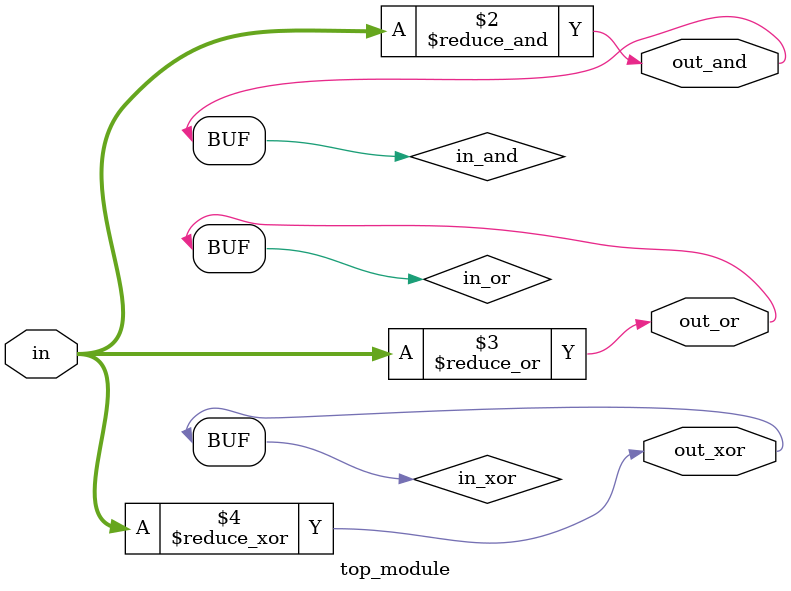
<source format=sv>
module top_module (
    input [99:0] in,
    output out_and,
    output out_or,
    output out_xor
);

    wire [99:0] in_inv;
    wire in_and;
    wire in_or;
    wire in_xor;

    assign in_inv = ~in;
    assign in_and = &in;
    assign in_or = |in;
    assign in_xor = ^in;

    assign out_and = in_and;
    assign out_or = in_or;
    assign out_xor = in_xor;

endmodule

</source>
